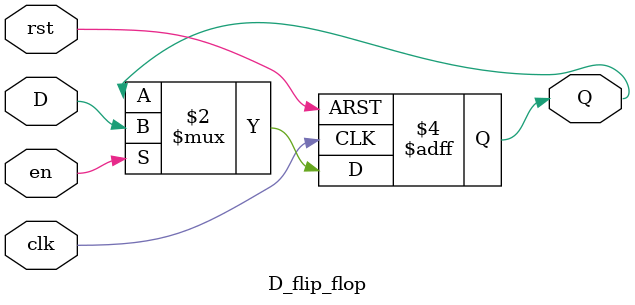
<source format=sv>
module Register_16bit(
			input  logic [15:0] R,
			input  logic clk, reset, enable,
			output logic [15:0] Q
);

Register_8bit  temp1( .clk(clk), .reset(reset), .enable(1), .R(R[7:0]),  .Q(Q[7:0])  );
Register_8bit  temp2( .clk(clk), .reset(reset), .enable(1), .R(R[15:8]), .Q(Q[15:8]) );
endmodule



module Register_8bit(
			input  logic [7:0] R,
		   input  logic clk, reset, enable,
			output logic [7:0] Q
);

D_flip_flop   q0( .clk(clk), .rst(reset), .en(enable), .D(R[0]), .Q(Q[0]) );
D_flip_flop   q1( .clk(clk), .rst(reset), .en(enable), .D(R[1]), .Q(Q[1]) );
D_flip_flop   q2( .clk(clk), .rst(reset), .en(enable), .D(R[2]), .Q(Q[2]) );
D_flip_flop   q3( .clk(clk), .rst(reset), .en(enable), .D(R[3]), .Q(Q[3]) );
D_flip_flop   q4( .clk(clk), .rst(reset), .en(enable), .D(R[4]), .Q(Q[4]) );
D_flip_flop   q5( .clk(clk), .rst(reset), .en(enable), .D(R[5]), .Q(Q[5]) );
D_flip_flop   q6( .clk(clk), .rst(reset), .en(enable), .D(R[6]), .Q(Q[6]) );
D_flip_flop   q7( .clk(clk), .rst(reset), .en(enable), .D(R[7]), .Q(Q[7]) );
endmodule


module D_flip_flop(
		input  logic D, clk, rst, en,
		output logic Q
);

always_ff@(posedge clk or posedge rst) begin
		if (rst)		Q <= 0;
		else if(en)	Q <= D;
end

endmodule
</source>
